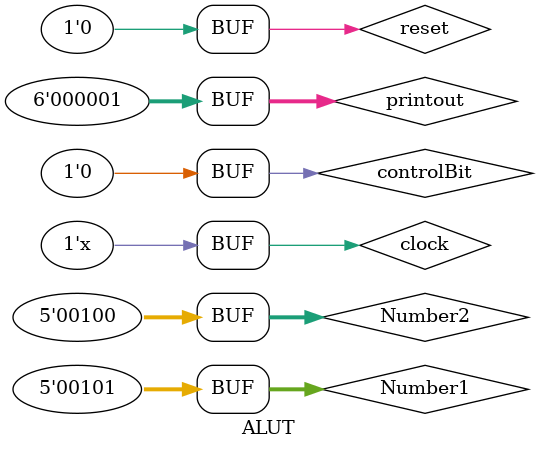
<source format=v>
`timescale 1ns / 1ps


module ALUT;

	// Inputs
	reg controlBit;
	reg [4:0] Number1;
	reg [4:0] Number2;
	reg [5:0] printout;
	reg reset;
	reg clock;

	// Outputs
	wire balancebit;
	wire equalityBit;
	wire [31:0] conclusion;

	// Instantiate the Unit Under Test (UUT)
	ALU uut (
		.controlBit(controlBit), 
		.Number1(Number1), 
		.Number2(Number2), 
		.printout(printout), 
		.balancebit(balancebit), 
		.equalityBit(equalityBit), 
		.conclusion(conclusion), 
		.reset(reset), 
		.clock(clock)
	);

	initial begin
		// Initialize Inputs
		controlBit = 0;
		Number1 = 101;
		Number2 = 100;
		printout = 000001;
		reset = 0;
		clock = 1;

		// Wait 100 ns for global reset to finish
		#100;
        
		// Add stimulus here

	end
	always #100 clock = ~clock ;
      
endmodule


</source>
